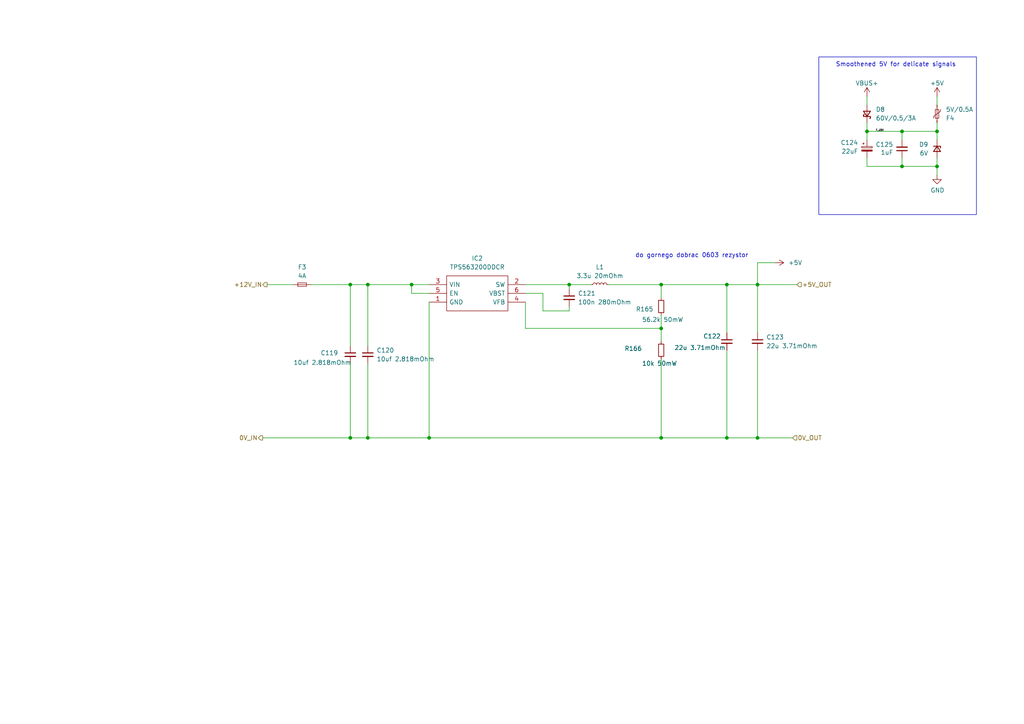
<source format=kicad_sch>
(kicad_sch (version 20231120) (generator "eeschema") (generator_version "8.0")
  (paper "A4")
  (lib_symbols
    (symbol "+5V_2" (power) (pin_names (offset 0))
      (property "Value" "+5V" (at 0 3.556 0))
      (symbol "+5V_2_0_1"
        (polyline (pts (xy -0.762 1.27) (xy 0 2.54)))
        (polyline (pts (xy 0 0) (xy 0 2.54)))
        (polyline (pts (xy 0 2.54) (xy 0.762 1.27)))
      )
      (symbol "+5V_2_1_1"
        (pin power_in line (at 0 0 90) (length 0) hide (name "+5V") (number "1"))
      )
    )
    (symbol "Device:C_Polarized_Small" (pin_numbers hide) (pin_names (offset 0.254) hide)
      (property "Reference" "C" (at 0.254 1.778 0))
      (property "Value" "C_Polarized_Small" (at 0.254 -2.032 0))
      (symbol "C_Polarized_Small_0_1"
        (rectangle (start -1.524 -0.3048) (end 1.524 -0.6858) (fill (type outline)))
        (rectangle (start -1.524 0.6858) (end 1.524 0.3048))
        (polyline (pts (xy -1.27 1.524) (xy -0.762 1.524)))
        (polyline (pts (xy -1.016 1.27) (xy -1.016 1.778)))
      )
      (symbol "C_Polarized_Small_1_1"
        (pin passive line (at 0 2.54 270) (length 1.8542) (name "~") (number "1"))
        (pin passive line (at 0 -2.54 90) (length 1.8542) (name "~") (number "2"))
      )
    )
    (symbol "Device:C_Small" (pin_numbers hide) (pin_names (offset 0.254) hide)
      (property "Reference" "C" (at 0.254 1.778 0))
      (property "Value" "C_Small" (at 0.254 -2.032 0))
      (symbol "C_Small_0_1"
        (polyline (pts (xy -1.524 -0.508) (xy 1.524 -0.508)) (stroke (width 0.3302)))
        (polyline (pts (xy -1.524 0.508) (xy 1.524 0.508)) (stroke (width 0.3048)))
      )
      (symbol "C_Small_1_1"
        (pin passive line (at 0 2.54 270) (length 2.032) (name "~") (number "1"))
        (pin passive line (at 0 -2.54 90) (length 2.032) (name "~") (number "2"))
      )
    )
    (symbol "Device:D_Schottky_Small" (pin_numbers hide) (pin_names (offset 0.254) hide)
      (property "Reference" "D8" (at 1.27 2.54 90))
      (property "Value" "60V/0.5/3A" (at -1.27 2.54 90))
      (symbol "D_Schottky_Small_0_1"
        (polyline (pts (xy -0.762 0) (xy 0.762 0)))
        (polyline (pts (xy 0.762 -1.016) (xy -0.762 0) (xy 0.762 1.016) (xy 0.762 -1.016)) (stroke (width 0.254)))
        (polyline (pts (xy -1.27 0.762) (xy -1.27 1.016) (xy -0.762 1.016) (xy -0.762 -1.016) (xy -0.254 -1.016) (xy -0.254 -0.762)) (stroke (width 0.254)))
      )
      (symbol "D_Schottky_Small_1_1"
        (pin power_out line (at -2.54 0 0) (length 1.778) (name "K") (number "1"))
        (pin passive line (at 2.54 0 180) (length 1.778) (name "A") (number "2"))
      )
    )
    (symbol "Device:D_Zener_Small" (pin_numbers hide) (pin_names (offset 0.254) hide)
      (property "Reference" "D" (at 0 2.286 0))
      (property "Value" "D_Zener_Small" (at 0 -2.286 0))
      (symbol "D_Zener_Small_0_1"
        (polyline (pts (xy 0.762 0) (xy -0.762 0)))
        (polyline (pts (xy -0.254 1.016) (xy -0.762 1.016) (xy -0.762 -1.016)) (stroke (width 0.254)))
        (polyline (pts (xy 0.762 1.016) (xy -0.762 0) (xy 0.762 -1.016) (xy 0.762 1.016)) (stroke (width 0.254)))
      )
      (symbol "D_Zener_Small_1_1"
        (pin passive line (at -2.54 0 0) (length 1.778) (name "K") (number "1"))
        (pin passive line (at 2.54 0 180) (length 1.778) (name "A") (number "2"))
      )
    )
    (symbol "Device:Fuse_Small" (pin_numbers hide) (pin_names (offset 0.254) hide)
      (property "Reference" "F" (at 0 -1.524 0))
      (property "Value" "Fuse_Small" (at 0 1.524 0))
      (symbol "Fuse_Small_0_1"
        (rectangle (start -1.27 0.508) (end 1.27 -0.508))
        (polyline (pts (xy -1.27 0) (xy 1.27 0)))
      )
      (symbol "Fuse_Small_1_1"
        (pin passive line (at -2.54 0 0) (length 1.27) (name "~") (number "1"))
        (pin passive line (at 2.54 0 180) (length 1.27) (name "~") (number "2"))
      )
    )
    (symbol "Device:L_Small" (pin_numbers hide) (pin_names (offset 0.254) hide)
      (property "Reference" "L" (at 0.762 1.016 0))
      (property "Value" "L_Small" (at 0.762 -1.016 0))
      (symbol "L_Small_0_1"
        (arc (start 0 -2.032) (mid 0.5058 -1.524) (end 0 -1.016))
        (arc (start 0 -1.016) (mid 0.5058 -0.508) (end 0 0))
        (arc (start 0 0) (mid 0.5058 0.508) (end 0 1.016))
        (arc (start 0 1.016) (mid 0.5058 1.524) (end 0 2.032))
      )
      (symbol "L_Small_1_1"
        (pin passive line (at 0 2.54 270) (length 0.508) (name "~") (number "1"))
        (pin passive line (at 0 -2.54 90) (length 0.508) (name "~") (number "2"))
      )
    )
    (symbol "Device:Polyfuse_Small" (pin_numbers hide) (pin_names (offset 0))
      (property "Reference" "F" (at -1.905 0 90))
      (property "Value" "Polyfuse_Small" (at 1.905 0 90))
      (symbol "Polyfuse_Small_0_1"
        (rectangle (start -0.508 1.27) (end 0.508 -1.27))
        (polyline (pts (xy 0 2.54) (xy 0 -2.54)))
        (polyline (pts (xy -1.016 1.27) (xy -1.016 0.762) (xy 1.016 -0.762) (xy 1.016 -1.27)))
      )
      (symbol "Polyfuse_Small_1_1"
        (pin passive line (at 0 2.54 270) (length 0.635) (name "~") (number "1"))
        (pin passive line (at 0 -2.54 90) (length 0.635) (name "~") (number "2"))
      )
    )
    (symbol "Device:R_Small" (pin_numbers hide) (pin_names (offset 0.254) hide)
      (property "Reference" "R" (at 0.762 0.508 0))
      (property "Value" "R_Small" (at 0.762 -1.016 0))
      (symbol "R_Small_0_1"
        (rectangle (start -0.762 1.778) (end 0.762 -1.778) (stroke (width 0.2032)))
      )
      (symbol "R_Small_1_1"
        (pin passive line (at 0 2.54 270) (length 0.762) (name "~") (number "1"))
        (pin passive line (at 0 -2.54 90) (length 0.762) (name "~") (number "2"))
      )
    )
    (symbol "GND_2" (power) (pin_names (offset 0))
      (property "Value" "GND" (at 0 -3.81 0))
      (symbol "GND_2_0_1"
        (polyline (pts (xy 0 0) (xy 0 -1.27) (xy 1.27 -1.27) (xy 0 -2.54) (xy -1.27 -1.27) (xy 0 -1.27)))
      )
      (symbol "GND_2_1_1"
        (pin power_in line (at 0 0 270) (length 0) hide (name "GND") (number "1"))
      )
    )
    (symbol "TPS563200DDCR:TPS563200DDCR" (pin_names (offset 0.762))
      (property "Reference" "IC2" (at 13.97 7.62 0))
      (property "Value" "TPS563200DDCR" (at 13.97 5.08 0))
      (symbol "TPS563200DDCR_0_0"
        (pin bidirectional line (at 27.94 0 180) (length 5.08) (name "SW") (number "2"))
        (pin input line (at 0 -2.54 0) (length 5.08) (name "EN") (number "5"))
        (pin bidirectional line (at 27.94 -2.54 180) (length 5.08) (name "VBST") (number "6"))
      )
      (symbol "TPS563200DDCR_0_1"
        (polyline (pts (xy 5.08 2.54) (xy 22.86 2.54) (xy 22.86 -7.62) (xy 5.08 -7.62) (xy 5.08 2.54)) (stroke (width 0.1524)))
      )
      (symbol "TPS563200DDCR_1_0"
        (pin passive line (at 0 -5.08 0) (length 5.08) (name "GND") (number "1"))
        (pin passive line (at 0 0 0) (length 5.08) (name "VIN") (number "3"))
        (pin passive line (at 27.94 -5.08 180) (length 5.08) (name "VFB") (number "4"))
      )
    )
    (symbol "power:+3.3V" (power) (pin_names (offset 0))
      (property "Value" "VBUS+" (at 0 3.81 0))
      (symbol "+3.3V_0_1"
        (polyline (pts (xy -0.762 1.27) (xy 0 2.54)))
        (polyline (pts (xy 0 0) (xy 0 2.54)))
        (polyline (pts (xy 0 2.54) (xy 0.762 1.27)))
      )
      (symbol "+3.3V_1_1"
        (pin power_out line (at 0 0 90) (length 0) hide (name "+3V3") (number "1"))
      )
    )
    (symbol "power:+5V" (power) (pin_numbers hide) (pin_names (offset 0) hide)
      (property "Value" "+5V" (at -0.0001 3.81 90))
      (symbol "+5V_0_1"
        (polyline (pts (xy -0.762 1.27) (xy 0 2.54)))
        (polyline (pts (xy 0 0) (xy 0 2.54)))
        (polyline (pts (xy 0 2.54) (xy 0.762 1.27)))
      )
      (symbol "+5V_1_1"
        (pin power_out line (at 0 0 90) (length 0) (name "~") (number "1"))
      )
    )
  )
  (junction (at 210.82 82.55))
  (junction (at 219.71 127))
  (junction (at 219.71 82.55))
  (junction (at 271.78 38.1))
  (junction (at 119.38 82.55))
  (junction (at 271.78 48.26))
  (junction (at 101.6 127))
  (junction (at 191.77 95.25))
  (junction (at 191.77 127))
  (junction (at 261.62 38.1))
  (junction (at 106.68 127))
  (junction (at 261.62 48.26))
  (junction (at 191.77 82.55))
  (junction (at 106.68 82.55))
  (junction (at 101.6 82.55))
  (junction (at 210.82 127))
  (junction (at 124.46 127))
  (junction (at 165.1 82.55))
  (junction (at 251.46 38.1))
  (wire (pts (xy 165.1 82.55) (xy 165.1 83.82)))
  (wire (pts (xy 152.4 82.55) (xy 165.1 82.55)))
  (wire (pts (xy 271.78 38.1) (xy 271.78 40.64)))
  (wire (pts (xy 119.38 85.09) (xy 119.38 82.55)))
  (wire (pts (xy 119.38 82.55) (xy 124.46 82.55)))
  (wire (pts (xy 124.46 87.63) (xy 124.46 127)))
  (wire (pts (xy 251.46 45.72) (xy 251.46 48.26)))
  (wire (pts (xy 210.82 96.52) (xy 210.82 82.55)))
  (wire (pts (xy 77.47 82.55) (xy 85.09 82.55)))
  (wire (pts (xy 271.78 35.56) (xy 271.78 38.1)))
  (wire (pts (xy 152.4 87.63) (xy 152.4 95.25)))
  (wire (pts (xy 191.77 95.25) (xy 191.77 91.44)))
  (wire (pts (xy 210.82 82.55) (xy 219.71 82.55)))
  (wire (pts (xy 124.46 127) (xy 106.68 127)))
  (wire (pts (xy 191.77 104.14) (xy 191.77 127)))
  (wire (pts (xy 165.1 82.55) (xy 171.45 82.55)))
  (wire (pts (xy 106.68 100.33) (xy 106.68 82.55)))
  (wire (pts (xy 191.77 127) (xy 124.46 127)))
  (wire (pts (xy 224.79 76.2) (xy 219.71 76.2)))
  (wire (pts (xy 251.46 35.56) (xy 251.46 38.1)))
  (wire (pts (xy 152.4 95.25) (xy 191.77 95.25)))
  (wire (pts (xy 106.68 82.55) (xy 101.6 82.55)))
  (wire (pts (xy 101.6 100.33) (xy 101.6 82.55)))
  (wire (pts (xy 106.68 82.55) (xy 119.38 82.55)))
  (wire (pts (xy 251.46 27.94) (xy 251.46 30.48)))
  (wire (pts (xy 106.68 105.41) (xy 106.68 127)))
  (wire (pts (xy 152.4 85.09) (xy 157.48 85.09)))
  (wire (pts (xy 219.71 96.52) (xy 219.71 82.55)))
  (wire (pts (xy 191.77 82.55) (xy 176.53 82.55)))
  (wire (pts (xy 251.46 48.26) (xy 261.62 48.26)))
  (wire (pts (xy 271.78 45.72) (xy 271.78 48.26)))
  (wire (pts (xy 191.77 86.36) (xy 191.77 82.55)))
  (wire (pts (xy 101.6 127) (xy 76.2 127)))
  (wire (pts (xy 219.71 82.55) (xy 231.14 82.55)))
  (wire (pts (xy 271.78 27.94) (xy 271.78 30.48)))
  (wire (pts (xy 219.71 127) (xy 210.82 127)))
  (wire (pts (xy 210.82 127) (xy 191.77 127)))
  (wire (pts (xy 219.71 127) (xy 229.87 127)))
  (wire (pts (xy 157.48 85.09) (xy 157.48 90.17)))
  (wire (pts (xy 261.62 38.1) (xy 261.62 40.64)))
  (wire (pts (xy 210.82 101.6) (xy 210.82 127)))
  (wire (pts (xy 219.71 76.2) (xy 219.71 82.55)))
  (wire (pts (xy 157.48 90.17) (xy 165.1 90.17)))
  (wire (pts (xy 90.17 82.55) (xy 101.6 82.55)))
  (wire (pts (xy 251.46 38.1) (xy 251.46 40.64)))
  (wire (pts (xy 124.46 85.09) (xy 119.38 85.09)))
  (wire (pts (xy 106.68 127) (xy 101.6 127)))
  (wire (pts (xy 101.6 105.41) (xy 101.6 127)))
  (wire (pts (xy 261.62 45.72) (xy 261.62 48.26)))
  (wire (pts (xy 271.78 48.26) (xy 261.62 48.26)))
  (wire (pts (xy 219.71 101.6) (xy 219.71 127)))
  (wire (pts (xy 271.78 48.26) (xy 271.78 50.8)))
  (wire (pts (xy 210.82 82.55) (xy 191.77 82.55)))
  (wire (pts (xy 165.1 90.17) (xy 165.1 88.9)))
  (wire (pts (xy 191.77 95.25) (xy 191.77 99.06)))
  (wire (pts (xy 261.62 38.1) (xy 271.78 38.1)))
  (wire (pts (xy 251.46 38.1) (xy 261.62 38.1)))
  (rectangle (start 237.49 16.51) (end 283.21 62.23))
  (text "do gornego dobrac 0603 rezystor\n" (at 200.66 74.168 0) (effects (font (size 1.27 1.27))))
  (text "Smoothened 5V for delicate signals\n" (at 259.842 18.796 0) (effects (font (size 1.27 1.27))))
  (label "F_U5V" (at 254 38.1 0) (effects (font (size 0.5 0.5))))
  (hierarchical_label "0V_OUT" (shape input) (at 229.87 127 0))
  (hierarchical_label "+5V_OUT" (shape input) (at 231.14 82.55 0))
  (hierarchical_label "+12V_IN" (shape output) (at 77.47 82.55 180))
  (hierarchical_label "0V_IN" (shape output) (at 76.2 127 180))
  (symbol (lib_id "power:+5V") (at 224.79 76.2 270) (unit 1)
    (property "Reference" "#PWR0125" (effects (hide yes)))
    (property "Value" "+5V" (at 228.6 76.1999 90) (effects (justify left)))
    (property "Description" "Power symbol creates a global label with name \"+5V\"" (effects (hide yes)))
  )
  (symbol (lib_id "Device:Fuse_Small") (at 87.63 82.55 0) (unit 1)
    (property "Reference" "F3" (at 87.63 77.47 0))
    (property "Value" "4A" (at 87.63 80.01 0))
    (property "Footprint" "Resistor_SMD:R_0402_1005Metric_Pad0.72x0.64mm_HandSolder" (effects (hide yes)))
    (property "Datasheet" "https://www.mouser.pl/ProductDetail/Kamaya/FMC10402WHTH?qs=iLbezkQI%252BshaIUFG0InfvQ%3D%3D" (effects (hide yes)))
    (property "Description" "Fuse, small symbol" (effects (hide yes)))
  )
  (symbol (lib_id "Device:D_Schottky_Small") (at 251.46 33.02 270) (mirror x) (unit 1)
    (property "Reference" "D8" (at 254 31.75 90) (effects (justify left)))
    (property "Value" "60V/0.5/3A" (at 254 34.29 90) (effects (justify left)))
    (property "Footprint" "Diode_SMD:D_SOD-123" (effects (hide yes)))
    (property "Datasheet" "https://www.mouser.pl/ProductDetail/Taiwan-Semiconductor/TSSE3H60H?qs=lc2O%252BfHJPVbFLpuA1ZcYlQ%3D%3D" (effects (hide yes)))
    (property "Description" "Schottky diode, small symbol" (effects (hide yes)))
    (property "Mouser Part Number" "637-SKL36" (effects (hide yes)))
  )
  (symbol (lib_id "Device:R_Small") (at 191.77 88.9 180) (unit 1)
    (property "Reference" "R165" (at 184.404 89.662 0) (effects (justify right)))
    (property "Value" "56.2k 50mW" (at 186.182 92.71 0) (effects (justify right)))
    (property "Footprint" "Resistor_SMD:R_0603_1608Metric_Pad0.98x0.95mm_HandSolder" (effects (hide yes)))
    (property "Datasheet" "https://www.mouser.pl/ProductDetail/YAGEO/RC0201FR-0756K2L?qs=Q4gDqC5t5%2FD3%2Fkjmz2Nr%2Fw%3D%3D" (effects (hide yes)))
    (property "Description" "Resistor, small symbol" (effects (hide yes)))
  )
  (symbol (lib_id "Device:C_Polarized_Small") (at 251.46 43.18 0) (unit 1)
    (property "Reference" "C124" (at 248.92 41.3638 0) (effects (justify right)))
    (property "Value" "22uF" (at 248.92 43.9038 0) (effects (justify right)))
    (property "Footprint" "Capacitor_SMD:CP_Elec_4x5.8" (effects (hide yes)))
    (property "Description" "Polarized capacitor, small symbol" (effects (hide yes)))
    (property "Mouser Price/Stock" "https://www.mouser.pl/ProductDetail/Samsung-Electro-Mechanics/CL21A107MQYNNWE?qs=81r%252BiQLm7BSNi6fWCnDBNQ%3D%3D" (effects (hide yes)))
    (property "Mouser Part Number" "647-UCM1V220MCL1GS" (effects (hide yes)))
  )
  (symbol (lib_id "TPS563200DDCR:TPS563200DDCR") (at 124.46 82.55 0) (unit 1)
    (property "Reference" "IC2" (at 138.43 74.93 0))
    (property "Value" "TPS563200DDCR" (at 138.43 77.47 0))
    (property "Footprint" "footrpint:TPS563200DDCR" (effects (hide yes)))
    (property "Datasheet" "http://www.ti.com/lit/gpn/TPS563200" (effects (hide yes)))
    (property "Description" "17 V Input, 3A Synchronous Step-Down Regulator in SOT-23 with Advanced Eco-mode" (effects (hide yes)))
    (property "Height" "1.1" (effects (hide yes)))
    (property "Mouser Part Number" "595-TPS563200DDCR" (effects (hide yes)))
    (property "Mouser Price/Stock" "https://www.mouser.co.uk/ProductDetail/Texas-Instruments/TPS563200DDCR?qs=bT6MOr62zwLjxJIF4PA64g%3D%3D" (effects (hide yes)))
    (property "Manufacturer_Name" "Texas Instruments" (effects (hide yes)))
    (property "Manufacturer_Part_Number" "TPS563200DDCR" (effects (hide yes)))
  )
  (symbol (lib_id "Device:C_Small") (at 210.82 99.06 0) (unit 1)
    (property "Reference" "C122" (at 203.962 97.536 0) (effects (justify left)))
    (property "Value" "22u 3.71mOhm" (at 195.58 100.838 0) (effects (justify left)))
    (property "Footprint" "Capacitor_SMD:C_0603_1608Metric_Pad1.08x0.95mm_HandSolder" (effects (hide yes)))
    (property "Datasheet" "https://www.mouser.pl/ProductDetail/TDK/C1608X5R1A226M080AC?qs=dfay7wIA1uED3Fb1o4f9Dg%3D%3D" (effects (hide yes)))
    (property "Description" "Unpolarized capacitor, small symbol" (effects (hide yes)))
  )
  (symbol (lib_id "Device:C_Small") (at 261.62 43.18 180) (unit 1)
    (property "Reference" "C125" (at 259.08 41.91 0) (effects (justify left)))
    (property "Value" "1uF" (at 259.08 44.2214 0) (effects (justify left)))
    (property "Footprint" "Capacitor_SMD:C_0603_1608Metric" (effects (hide yes)))
    (property "Manufacturer_Name" "--" (effects (hide yes)))
    (property "Manufacturer_Part_Number" "C0603C104J3RACTU" (effects (hide yes)))
    (property "Mouser Part Number" "80-C0603C104J3R" (effects (hide yes)))
    (property "Mouser Price/Stock" "https://www.mouser.pl/ProductDetail/KEMET/C0603C104J3RACTU?qs=EHsFn6hSx4W0Oy0I8JUofQ%3D%3D" (effects (hide yes)))
  )
  (symbol (lib_id "power:+3.3V") (at 251.46 27.94 0) (unit 1)
    (property "Reference" "#PWR0126" (effects (hide yes)))
    (property "Value" "VBUS+" (at 251.46 24.13 0))
  )
  (symbol (lib_id "Device:C_Small") (at 101.6 102.87 0) (unit 1)
    (property "Reference" "C119" (at 92.964 102.362 0) (effects (justify left)))
    (property "Value" "10uf 2.818mOhm" (at 85.09 105.156 0) (effects (justify left)))
    (property "Footprint" "Capacitor_SMD:C_0805_2012Metric_Pad1.18x1.45mm_HandSolder" (effects (hide yes)))
    (property "Datasheet" "https://www.mouser.pl/ProductDetail/TDK/C2012X5R1V106K085AC?qs=6JAMGB%252BEdky%252BlYMcTLhFyA%3D%3D" (effects (hide yes)))
    (property "Description" "Unpolarized capacitor, small symbol" (effects (hide yes)))
  )
  (symbol (lib_id "Device:Polyfuse_Small") (at 271.78 33.02 0) (mirror x) (unit 1)
    (property "Reference" "F4" (at 274.32 34.29 0) (effects (justify left)))
    (property "Value" "5V/0.5A" (at 274.32 31.75 0) (effects (justify left)))
    (property "Footprint" "Fuse:Fuse_0805_2012Metric" (effects (hide yes)))
    (property "Description" "Resettable fuse, polymeric positive temperature coefficient, small symbol" (effects (hide yes)))
    (property "Manufacturer_Part_Number" "0ZCH0050FF2G" (effects (hide yes)))
    (property "Mouser Part Number" "530-0ZCH0050FF2G" (effects (hide yes)))
    (property "Mouser Price/Stock" "https://www.mouser.pl/ProductDetail/Bel-Fuse/0ZCH0050FF2G?qs=SRYZG9HaIQ2VrAxOxbTdxQ%3D%3D" (effects (hide yes)))
  )
  (symbol (lib_id "Device:R_Small") (at 191.77 101.6 180) (unit 1)
    (property "Reference" "R166" (at 181.102 101.092 0) (effects (justify right)))
    (property "Value" "10k 50mW" (at 186.182 105.41 0) (effects (justify right)))
    (property "Footprint" "Resistor_SMD:R_0603_1608Metric_Pad0.98x0.95mm_HandSolder" (effects (hide yes)))
    (property "Description" "Resistor, small symbol" (effects (hide yes)))
  )
  (symbol (lib_id "Device:C_Small") (at 219.71 99.06 0) (unit 1)
    (property "Reference" "C123" (at 222.25 97.7962 0) (effects (justify left)))
    (property "Value" "22u 3.71mOhm" (at 222.25 100.3362 0) (effects (justify left)))
    (property "Footprint" "Capacitor_SMD:C_0603_1608Metric_Pad1.08x0.95mm_HandSolder" (effects (hide yes)))
    (property "Datasheet" "https://www.mouser.pl/ProductDetail/TDK/C1608X5R1A226M080AC?qs=dfay7wIA1uED3Fb1o4f9Dg%3D%3D" (effects (hide yes)))
    (property "Description" "Unpolarized capacitor, small symbol" (effects (hide yes)))
  )
  (symbol (lib_id "Device:C_Small") (at 165.1 86.36 0) (unit 1)
    (property "Reference" "C121" (at 167.64 85.0962 0) (effects (justify left)))
    (property "Value" "100n 280mOhm" (at 167.64 87.6362 0) (effects (justify left)))
    (property "Footprint" "Capacitor_SMD:C_0805_2012Metric_Pad1.18x1.45mm_HandSolder" (effects (hide yes)))
    (property "Datasheet" "https://www.mouser.pl/ProductDetail/KYOCERA-AVX/08053C104KAT2A?qs=EihRZLdKnF2GcTBzDkE%2FiQ%3D%3D" (effects (hide yes)))
    (property "Description" "Unpolarized capacitor, small symbol" (effects (hide yes)))
  )
  (symbol (lib_id "Device:L_Small") (at 173.99 82.55 90) (unit 1)
    (property "Reference" "L1" (at 173.99 77.47 90))
    (property "Value" "3.3u 20mOhm" (at 173.99 80.01 90))
    (property "Footprint" "footrpint:CLF7045__" (effects (hide yes)))
    (property "Datasheet" "https://www.mouser.pl/ProductDetail/TDK/CLF7045NIT-3R3N-D?qs=P8zzrVhehaveWwbrqo7%252Bdg%3D%3D" (effects (hide yes)))
    (property "Description" "Inductor, small symbol" (effects (hide yes)))
  )
  (symbol (lib_name "+5V_2") (lib_id "power:+5V") (at 271.78 27.94 0) (unit 1)
    (property "Reference" "#PWR0127" (effects (hide yes)))
    (property "Value" "+5V" (at 271.78 24.13 0))
  )
  (symbol (lib_id "Device:D_Zener_Small") (at 271.78 43.18 270) (unit 1)
    (property "Reference" "D9" (at 269.24 41.91 90) (effects (justify right)))
    (property "Value" "6V" (at 269.24 44.45 90) (effects (justify right)))
    (property "Footprint" "Diode_SMD:D_SOD-123" (effects (hide yes)))
    (property "Datasheet" "https://www.mouser.pl/ProductDetail/Panjit/MMSZ5233B_R1_00001?qs=sPbYRqrBIVndInMcSnypfw%3D%3D" (effects (hide yes)))
    (property "Description" "Zener diode, small symbol" (effects (hide yes)))
    (property "Mouser Part Number" "637-SMF5.0A" (effects (hide yes)))
  )
  (symbol (lib_id "Device:C_Small") (at 106.68 102.87 0) (unit 1)
    (property "Reference" "C120" (at 109.22 101.6062 0) (effects (justify left)))
    (property "Value" "10uf 2.818mOhm" (at 109.22 104.1462 0) (effects (justify left)))
    (property "Footprint" "Capacitor_SMD:C_0805_2012Metric_Pad1.18x1.45mm_HandSolder" (effects (hide yes)))
    (property "Datasheet" "https://www.mouser.pl/ProductDetail/TDK/C2012X5R1V106K085AC?qs=6JAMGB%252BEdky%252BlYMcTLhFyA%3D%3D" (effects (hide yes)))
    (property "Description" "Unpolarized capacitor, small symbol" (effects (hide yes)))
  )
  (symbol (lib_name "GND_2") (lib_id "power:GND") (at 271.78 50.8 0) (unit 1)
    (property "Reference" "#PWR0128" (effects (hide yes)))
    (property "Value" "GND" (at 271.907 55.1942 0))
  )
)
</source>
